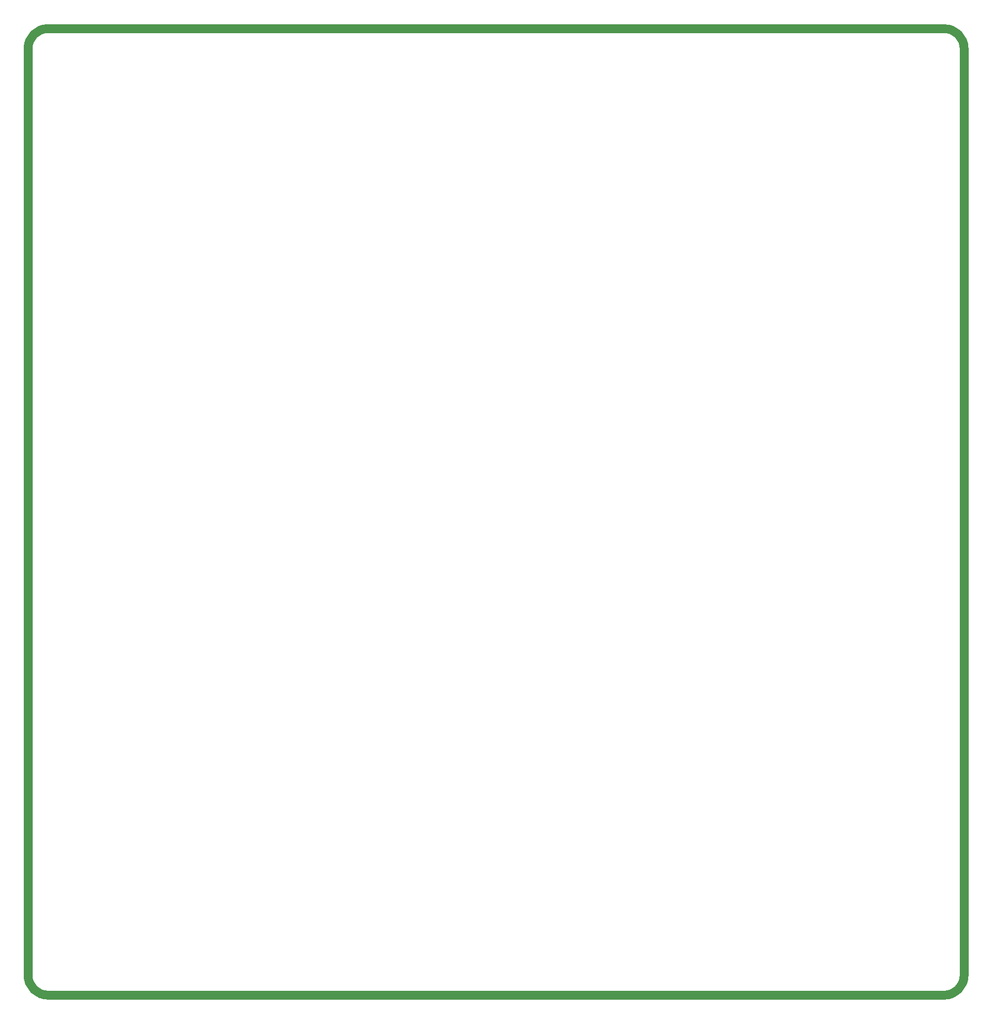
<source format=gko>
G04*
G04 #@! TF.GenerationSoftware,Altium Limited,Altium Designer,25.8.1 (18)*
G04*
G04 Layer_Color=16711935*
%FSLAX44Y44*%
%MOMM*%
G71*
G04*
G04 #@! TF.SameCoordinates,F625E077-19EE-4E80-AD8A-59A8E9CBE096*
G04*
G04*
G04 #@! TF.FilePolarity,Positive*
G04*
G01*
G75*
%ADD106C,1.5240*%
D106*
X-347179Y417830D02*
G03*
X-380961Y384048I0J-33782D01*
G01*
X1219239D02*
G03*
X1185457Y417830I-33782J0D01*
G01*
Y-1233170D02*
G03*
X1219239Y-1199388I0J33782D01*
G01*
X-380961D02*
G03*
X-347179Y-1233170I33782J0D01*
G01*
X-380961Y-1199388D02*
Y384048D01*
X-347179Y417830D02*
X1185457D01*
X1219239Y-1199388D02*
Y384048D01*
X-347179Y-1233170D02*
X1185457D01*
M02*

</source>
